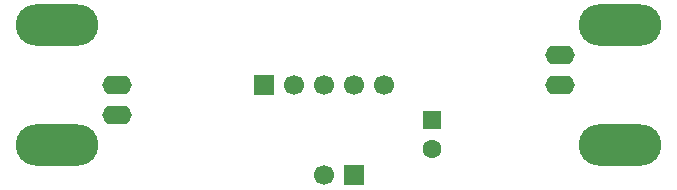
<source format=gbr>
%TF.GenerationSoftware,KiCad,Pcbnew,9.0.3*%
%TF.CreationDate,2025-07-24T18:02:03+02:00*%
%TF.ProjectId,OM345_Testrig,4f4d3334-355f-4546-9573-747269672e6b,rev?*%
%TF.SameCoordinates,Original*%
%TF.FileFunction,Soldermask,Bot*%
%TF.FilePolarity,Negative*%
%FSLAX46Y46*%
G04 Gerber Fmt 4.6, Leading zero omitted, Abs format (unit mm)*
G04 Created by KiCad (PCBNEW 9.0.3) date 2025-07-24 18:02:03*
%MOMM*%
%LPD*%
G01*
G04 APERTURE LIST*
G04 Aperture macros list*
%AMRoundRect*
0 Rectangle with rounded corners*
0 $1 Rounding radius*
0 $2 $3 $4 $5 $6 $7 $8 $9 X,Y pos of 4 corners*
0 Add a 4 corners polygon primitive as box body*
4,1,4,$2,$3,$4,$5,$6,$7,$8,$9,$2,$3,0*
0 Add four circle primitives for the rounded corners*
1,1,$1+$1,$2,$3*
1,1,$1+$1,$4,$5*
1,1,$1+$1,$6,$7*
1,1,$1+$1,$8,$9*
0 Add four rect primitives between the rounded corners*
20,1,$1+$1,$2,$3,$4,$5,0*
20,1,$1+$1,$4,$5,$6,$7,0*
20,1,$1+$1,$6,$7,$8,$9,0*
20,1,$1+$1,$8,$9,$2,$3,0*%
G04 Aperture macros list end*
%ADD10RoundRect,0.250000X-0.550000X0.550000X-0.550000X-0.550000X0.550000X-0.550000X0.550000X0.550000X0*%
%ADD11C,1.600000*%
%ADD12R,1.700000X1.700000*%
%ADD13C,1.700000*%
%ADD14O,2.500000X1.600000*%
%ADD15O,7.000000X3.500000*%
G04 APERTURE END LIST*
D10*
%TO.C,C4*%
X151384000Y-84201000D03*
D11*
X151384000Y-86701000D03*
%TD*%
D12*
%TO.C,J3*%
X137160000Y-81280000D03*
D13*
X139700000Y-81280000D03*
X142240000Y-81280000D03*
X144780000Y-81280000D03*
X147320000Y-81280000D03*
%TD*%
D14*
%TO.C,J1*%
X124770000Y-81280000D03*
D15*
X119690000Y-86360000D03*
D14*
X124770000Y-83820000D03*
D15*
X119690000Y-76200000D03*
%TD*%
D14*
%TO.C,J2*%
X162250000Y-81280000D03*
D15*
X167330000Y-76200000D03*
D14*
X162250000Y-78740000D03*
D15*
X167330000Y-86360000D03*
%TD*%
D12*
%TO.C,J4*%
X144780000Y-88900000D03*
D13*
X142240000Y-88900000D03*
%TD*%
M02*

</source>
